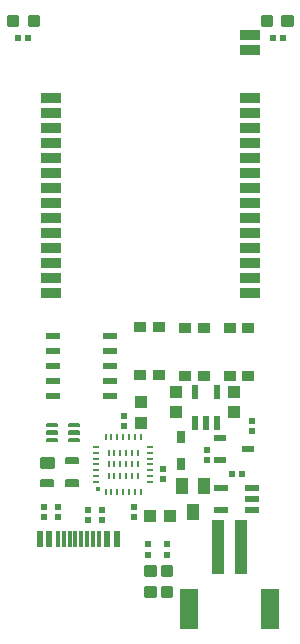
<source format=gbr>
G04 EAGLE Gerber RS-274X export*
G75*
%MOMM*%
%FSLAX34Y34*%
%LPD*%
%INSolderpaste Top*%
%IPPOS*%
%AMOC8*
5,1,8,0,0,1.08239X$1,22.5*%
G01*
%ADD10R,0.260000X0.560000*%
%ADD11R,0.560000X0.260000*%
%ADD12R,0.400000X0.400000*%
%ADD13R,0.550000X1.200000*%
%ADD14R,1.000000X4.600000*%
%ADD15R,1.600000X3.400000*%
%ADD16R,1.000000X0.900000*%
%ADD17C,0.300000*%
%ADD18R,0.540000X0.600000*%
%ADD19R,1.000000X1.100000*%
%ADD20R,0.600000X0.540000*%
%ADD21R,0.600000X1.450000*%
%ADD22R,0.300000X1.450000*%
%ADD23R,1.100000X1.000000*%
%ADD24C,0.200000*%
%ADD25C,0.247500*%
%ADD26C,0.147500*%
%ADD27R,0.800000X1.000000*%
%ADD28R,1.000000X1.400000*%
%ADD29R,1.200000X0.550000*%
%ADD30R,1.270000X0.508000*%
%ADD31R,1.117600X0.482600*%
%ADD32R,1.700000X0.940000*%


D10*
X87000Y118000D03*
X92000Y118000D03*
X97000Y118000D03*
X102000Y118000D03*
X107000Y118000D03*
X112000Y118000D03*
X117000Y118000D03*
D11*
X125000Y126000D03*
X125000Y131000D03*
X125000Y136000D03*
X125000Y141000D03*
X125000Y146000D03*
X125000Y151000D03*
X125000Y156000D03*
D10*
X117000Y164000D03*
X112000Y164000D03*
X107000Y164000D03*
X102000Y164000D03*
X97000Y164000D03*
X92000Y164000D03*
X87000Y164000D03*
D11*
X79000Y156000D03*
X79000Y151000D03*
X79000Y146000D03*
X79000Y141000D03*
X79000Y136000D03*
X79000Y131000D03*
X79000Y126000D03*
D10*
X89500Y131000D03*
X89500Y141000D03*
X89500Y151000D03*
X94500Y131000D03*
X94500Y141000D03*
X94500Y151000D03*
X99500Y131000D03*
X99500Y141000D03*
X99500Y151000D03*
X104500Y131000D03*
X104500Y141000D03*
X104500Y151000D03*
X109500Y131000D03*
X109500Y141000D03*
X109500Y151000D03*
X114500Y131000D03*
X114500Y141000D03*
X114500Y151000D03*
D12*
X81000Y120000D03*
D13*
X162500Y175999D03*
X172000Y175999D03*
X181500Y175999D03*
X181500Y202001D03*
X162500Y202001D03*
D14*
X202000Y71000D03*
X182000Y71000D03*
D15*
X226000Y19000D03*
X158000Y19000D03*
D16*
X192000Y256500D03*
X208000Y256500D03*
X208000Y215500D03*
X192000Y215500D03*
X154000Y256500D03*
X170000Y256500D03*
X170000Y215500D03*
X154000Y215500D03*
D17*
X12190Y513040D02*
X12190Y520040D01*
X12190Y513040D02*
X5190Y513040D01*
X5190Y520040D01*
X12190Y520040D01*
X12190Y515890D02*
X5190Y515890D01*
X5190Y518740D02*
X12190Y518740D01*
X29730Y520040D02*
X29730Y513040D01*
X22730Y513040D01*
X22730Y520040D01*
X29730Y520040D01*
X29730Y515890D02*
X22730Y515890D01*
X22730Y518740D02*
X29730Y518740D01*
X237540Y520040D02*
X237540Y513040D01*
X237540Y520040D02*
X244540Y520040D01*
X244540Y513040D01*
X237540Y513040D01*
X237540Y515890D02*
X244540Y515890D01*
X244540Y518740D02*
X237540Y518740D01*
X220000Y520040D02*
X220000Y513040D01*
X220000Y520040D02*
X227000Y520040D01*
X227000Y513040D01*
X220000Y513040D01*
X220000Y515890D02*
X227000Y515890D01*
X227000Y518740D02*
X220000Y518740D01*
D18*
X228950Y502000D03*
X237590Y502000D03*
X21320Y502000D03*
X12680Y502000D03*
D19*
X195500Y185500D03*
X195500Y202500D03*
X146500Y202500D03*
X146500Y185500D03*
D20*
X103000Y173680D03*
X103000Y182320D03*
D19*
X117000Y193500D03*
X117000Y176500D03*
D16*
X132000Y216500D03*
X116000Y216500D03*
X116000Y257500D03*
X132000Y257500D03*
D20*
X211200Y177820D03*
X211200Y169180D03*
D21*
X31500Y77950D03*
X39500Y77950D03*
D22*
X61500Y77950D03*
X56500Y77950D03*
X51500Y77950D03*
X46500Y77950D03*
X66500Y77950D03*
X71500Y77950D03*
X76500Y77950D03*
X81500Y77950D03*
D21*
X88500Y77950D03*
X96500Y77950D03*
D20*
X47000Y105320D03*
X47000Y96680D03*
X72000Y93680D03*
X72000Y102320D03*
X84000Y93680D03*
X84000Y102320D03*
D23*
X124500Y97000D03*
X141500Y97000D03*
D20*
X136000Y137320D03*
X136000Y128680D03*
D24*
X46190Y173500D02*
X37290Y173500D01*
X37290Y175500D01*
X46190Y175500D01*
X46190Y173500D01*
X46190Y175400D02*
X37290Y175400D01*
X37290Y167000D02*
X46190Y167000D01*
X37290Y167000D02*
X37290Y169000D01*
X46190Y169000D01*
X46190Y167000D01*
X46190Y168900D02*
X37290Y168900D01*
X37290Y160500D02*
X46190Y160500D01*
X37290Y160500D02*
X37290Y162500D01*
X46190Y162500D01*
X46190Y160500D01*
X46190Y162400D02*
X37290Y162400D01*
X55690Y162500D02*
X64590Y162500D01*
X64590Y160500D01*
X55690Y160500D01*
X55690Y162500D01*
X55690Y162400D02*
X64590Y162400D01*
X64590Y169000D02*
X55690Y169000D01*
X64590Y169000D02*
X64590Y167000D01*
X55690Y167000D01*
X55690Y169000D01*
X55690Y168900D02*
X64590Y168900D01*
X64590Y175500D02*
X55690Y175500D01*
X64590Y175500D02*
X64590Y173500D01*
X55690Y173500D01*
X55690Y175500D01*
X55690Y175400D02*
X64590Y175400D01*
D17*
X121500Y36730D02*
X128500Y36730D01*
X128500Y29730D01*
X121500Y29730D01*
X121500Y36730D01*
X121500Y32580D02*
X128500Y32580D01*
X128500Y35430D02*
X121500Y35430D01*
X121500Y54270D02*
X128500Y54270D01*
X128500Y47270D01*
X121500Y47270D01*
X121500Y54270D01*
X121500Y50120D02*
X128500Y50120D01*
X128500Y52970D02*
X121500Y52970D01*
D20*
X123000Y73320D03*
X123000Y64680D03*
D25*
X42413Y138887D02*
X32487Y138887D01*
X32487Y146313D01*
X42413Y146313D01*
X42413Y138887D01*
X42413Y141238D02*
X32487Y141238D01*
X32487Y143589D02*
X42413Y143589D01*
X42413Y145940D02*
X32487Y145940D01*
D26*
X31987Y123187D02*
X42913Y123187D01*
X31987Y123187D02*
X31987Y127613D01*
X42913Y127613D01*
X42913Y123187D01*
X42913Y124588D02*
X31987Y124588D01*
X31987Y125989D02*
X42913Y125989D01*
X42913Y127390D02*
X31987Y127390D01*
X53087Y123187D02*
X64013Y123187D01*
X53087Y123187D02*
X53087Y127613D01*
X64013Y127613D01*
X64013Y123187D01*
X64013Y124588D02*
X53087Y124588D01*
X53087Y125989D02*
X64013Y125989D01*
X64013Y127390D02*
X53087Y127390D01*
X53087Y142387D02*
X64013Y142387D01*
X53087Y142387D02*
X53087Y146813D01*
X64013Y146813D01*
X64013Y142387D01*
X64013Y143788D02*
X53087Y143788D01*
X53087Y145189D02*
X64013Y145189D01*
X64013Y146590D02*
X53087Y146590D01*
D27*
X151000Y164500D03*
X151000Y141500D03*
D28*
X161000Y101000D03*
X151500Y123000D03*
X170500Y123000D03*
D20*
X111000Y105320D03*
X111000Y96680D03*
D29*
X211001Y102500D03*
X211001Y112000D03*
X211001Y121500D03*
X184999Y121500D03*
X184999Y102500D03*
D18*
X193680Y133000D03*
X202320Y133000D03*
D20*
X139000Y64680D03*
X139000Y73320D03*
D17*
X135500Y36730D02*
X142500Y36730D01*
X142500Y29730D01*
X135500Y29730D01*
X135500Y36730D01*
X135500Y32580D02*
X142500Y32580D01*
X142500Y35430D02*
X135500Y35430D01*
X135500Y54270D02*
X142500Y54270D01*
X142500Y47270D01*
X135500Y47270D01*
X135500Y54270D01*
X135500Y50120D02*
X142500Y50120D01*
X142500Y52970D02*
X135500Y52970D01*
D30*
X91130Y224000D03*
X91130Y211300D03*
X91130Y198600D03*
X91130Y236700D03*
X91130Y249400D03*
X42870Y249400D03*
X42870Y236700D03*
X42870Y224000D03*
X42870Y211300D03*
X42870Y198600D03*
D31*
X183662Y163500D03*
X183662Y144500D03*
X207538Y154000D03*
D20*
X34900Y105420D03*
X34900Y96780D03*
X172500Y153220D03*
X172500Y144580D03*
D32*
X41180Y285780D03*
X41180Y298480D03*
X41180Y311180D03*
X41180Y323880D03*
X41180Y336580D03*
X41180Y349280D03*
X41180Y361980D03*
X41180Y374680D03*
X41180Y387380D03*
X41180Y400080D03*
X41180Y412780D03*
X41180Y425480D03*
X41180Y438180D03*
X209180Y285780D03*
X209180Y298480D03*
X209180Y311180D03*
X209180Y323880D03*
X209180Y336580D03*
X209180Y349280D03*
X209180Y361980D03*
X209180Y374680D03*
X209180Y387380D03*
X209180Y400080D03*
X209180Y412780D03*
X209180Y425480D03*
X209180Y438180D03*
X209180Y491780D03*
X209180Y504480D03*
X41180Y450880D03*
X209180Y450880D03*
M02*

</source>
